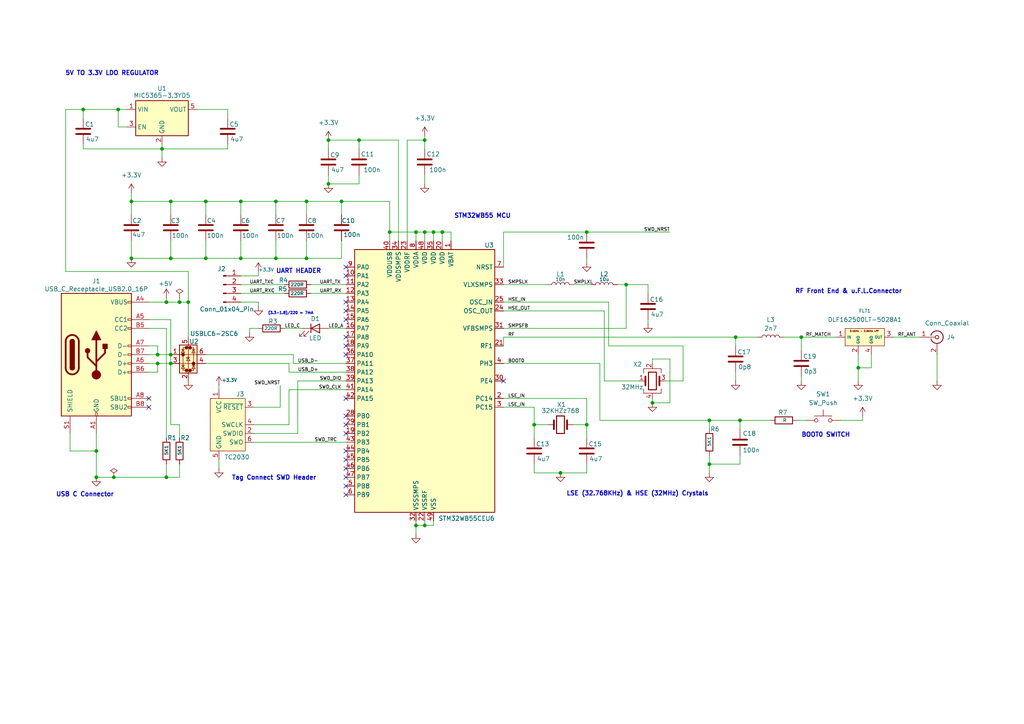
<source format=kicad_sch>
(kicad_sch (version 20250114) (generator "eeschema") (generator_version "9.0")
  (paper "A4")
  (title_block (title "STM32 BLE Hardware") (date "2025-12-08") (rev "1.0") (comment 1 "By- Harshal Jaiswal"))
  (lib_symbols
    (symbol "Connector:Conn_01x04_Pin" (pin_names (offset 1.016) (hide yes))
      (property "Reference" "J" (at 0 5.08 0))
      (property "Value" "Conn_01x04_Pin" (at 0 -7.62 0))
      (symbol "Conn_01x04_Pin_1_1"
        (pin passive line (at 5.08 2.54 180) (length 3.81) (name "Pin_1") (number "1"))
        (pin passive line (at 5.08 0 180) (length 3.81) (name "Pin_2") (number "2"))
        (pin passive line (at 5.08 -2.54 180) (length 3.81) (name "Pin_3") (number "3"))
        (pin passive line (at 5.08 -5.08 180) (length 3.81) (name "Pin_4") (number "4"))
      )
    )
    (symbol "Connector:Conn_ARM_SWD_TagConnect_TC2030" (in_bom no)
      (property "Reference" "J" (at 2.54 11.43 0))
      (property "Value" "Conn_ARM_SWD_TagConnect_TC2030" (at 5.08 8.89 0))
      (symbol "Conn_ARM_SWD_TagConnect_TC2030_0_0"
        (pin power_in line (at -2.54 10.16 270) (length 2.54) (name "VCC") (number "1"))
        (pin power_in line (at -2.54 -10.16 90) (length 2.54) (name "GND") (number "5"))
        (pin open_collector line (at 7.62 5.08 180) (length 2.54) (name "~{RESET}") (number "3"))
        (pin output line (at 7.62 0 180) (length 2.54) (name "SWCLK") (number "4"))
        (pin bidirectional line (at 7.62 -2.54 180) (length 2.54) (name "SWDIO") (number "2"))
        (pin input line (at 7.62 -5.08 180) (length 2.54) (name "SWO") (number "6"))
      )
    )
    (symbol "Connector:Conn_Coaxial" (pin_names (offset 1.016) (hide yes))
      (property "Reference" "J" (at 0.254 3.048 0))
      (property "Value" "Conn_Coaxial" (at 2.921 0 90))
      (symbol "Conn_Coaxial_1_1"
        (pin passive line (at -5.08 0 0) (length 2.54) (name "In") (number "1"))
        (pin passive line (at 0 -5.08 90) (length 2.54) (name "Ext") (number "2"))
      )
    )
    (symbol "Connector:USB_C_Receptacle_USB2.0_16P" (pin_names (offset 1.016))
      (property "Reference" "J" (at 0 22.225 0))
      (property "Value" "USB_C_Receptacle_USB2.0_16P" (at 0 19.685 0))
      (symbol "USB_C_Receptacle_USB2.0_16P_1_1"
        (pin passive line (at -7.62 -22.86 90) (length 5.08) (name "SHIELD") (number "S1"))
        (pin passive line (at 0 -22.86 90) (length 5.08) (name "GND") (number "A1"))
        (pin passive line (at 0 -22.86 90) (length 5.08) (hide yes) (name "GND") (number "A12"))
        (pin passive line (at 0 -22.86 90) (length 5.08) (hide yes) (name "GND") (number "B1"))
        (pin passive line (at 0 -22.86 90) (length 5.08) (hide yes) (name "GND") (number "B12"))
        (pin passive line (at 15.24 15.24 180) (length 5.08) (name "VBUS") (number "A4"))
        (pin passive line (at 15.24 15.24 180) (length 5.08) (hide yes) (name "VBUS") (number "A9"))
        (pin passive line (at 15.24 15.24 180) (length 5.08) (hide yes) (name "VBUS") (number "B4"))
        (pin passive line (at 15.24 15.24 180) (length 5.08) (hide yes) (name "VBUS") (number "B9"))
        (pin bidirectional line (at 15.24 10.16 180) (length 5.08) (name "CC1") (number "A5"))
        (pin bidirectional line (at 15.24 7.62 180) (length 5.08) (name "CC2") (number "B5"))
        (pin bidirectional line (at 15.24 2.54 180) (length 5.08) (name "D-") (number "A7"))
        (pin bidirectional line (at 15.24 0 180) (length 5.08) (name "D-") (number "B7"))
        (pin bidirectional line (at 15.24 -2.54 180) (length 5.08) (name "D+") (number "A6"))
        (pin bidirectional line (at 15.24 -5.08 180) (length 5.08) (name "D+") (number "B6"))
        (pin bidirectional line (at 15.24 -12.7 180) (length 5.08) (name "SBU1") (number "A8"))
        (pin bidirectional line (at 15.24 -15.24 180) (length 5.08) (name "SBU2") (number "B8"))
      )
    )
    (symbol "DLF162500LT-5028A1:DLF162500LT-5028A1"
      (property "Reference" "FLT" (at 0.762 3.302 0))
      (property "Value" "DLF162500LT-5028A1" (at 0 0 0))
      (symbol "DLF162500LT-5028A1_1_0"
        (pin passive line (at -7.62 0 0) (length 2.54) (name "IN") (number "1"))
        (pin passive line (at -1.27 -5.08 90) (length 2.54) (name "GND") (number "2"))
        (pin passive line (at 2.54 -5.08 90) (length 2.54) (name "GND") (number "4"))
        (pin passive line (at 8.89 0 180) (length 2.54) (name "OUT") (number "3"))
      )
      (symbol "DLF162500LT-5028A1_1_1"
        (text "2.4GHz - 2.5GHz LPF" (at 0.508 1.778 0) (effects (font (size 0.508 0.508))))
      )
    )
    (symbol "Device:C" (pin_numbers (hide yes)) (pin_names (offset 0.254))
      (property "Reference" "C" (at 0.635 2.54 0))
      (property "Value" "C" (at 0.635 -2.54 0))
      (symbol "C_1_1"
        (pin passive line (at 0 3.81 270) (length 2.794) (name "~") (number "1"))
        (pin passive line (at 0 -3.81 90) (length 2.794) (name "~") (number "2"))
      )
    )
    (symbol "Device:Crystal" (pin_numbers (hide yes)) (pin_names (offset 1.016) (hide yes))
      (property "Reference" "Y" (at 0 3.81 0))
      (property "Value" "Crystal" (at 0 -3.81 0))
      (symbol "Crystal_1_1"
        (pin passive line (at -3.81 0 0) (length 1.27) (name "1") (number "1"))
        (pin passive line (at 3.81 0 180) (length 1.27) (name "2") (number "2"))
      )
    )
    (symbol "Device:Crystal_GND24" (pin_names (offset 1.016) (hide yes))
      (property "Reference" "Y" (at 3.175 5.08 0))
      (property "Value" "Crystal_GND24" (at 3.175 3.175 0))
      (symbol "Crystal_GND24_1_1"
        (pin passive line (at -3.81 0 0) (length 1.27) (name "1") (number "1"))
        (pin passive line (at 0 5.08 270) (length 1.27) (name "2") (number "2"))
        (pin passive line (at 0 -5.08 90) (length 1.27) (name "4") (number "4"))
        (pin passive line (at 3.81 0 180) (length 1.27) (name "3") (number "3"))
      )
    )
    (symbol "Device:L" (pin_numbers (hide yes)) (pin_names (offset 1.016) (hide yes))
      (property "Reference" "L" (at -1.27 0 90))
      (property "Value" "L" (at 1.905 0 90))
      (symbol "L_1_1"
        (pin passive line (at 0 3.81 270) (length 1.27) (name "1") (number "1"))
        (pin passive line (at 0 -3.81 90) (length 1.27) (name "2") (number "2"))
      )
    )
    (symbol "Device:LED" (pin_numbers (hide yes)) (pin_names (offset 1.016) (hide yes))
      (property "Reference" "D" (at 0 2.54 0))
      (property "Value" "LED" (at 0 -2.54 0))
      (symbol "LED_1_1"
        (pin passive line (at -3.81 0 0) (length 2.54) (name "K") (number "1"))
        (pin passive line (at 3.81 0 180) (length 2.54) (name "A") (number "2"))
      )
    )
    (symbol "Device:R" (pin_numbers (hide yes)) (pin_names (offset 0))
      (property "Reference" "R" (at 2.032 0 90))
      (property "Value" "R" (at 0 0 90))
      (symbol "R_1_1"
        (pin passive line (at 0 3.81 270) (length 1.27) (name "~") (number "1"))
        (pin passive line (at 0 -3.81 90) (length 1.27) (name "~") (number "2"))
      )
    )
    (symbol "MCU_ST_STM32WB:STM32WB55CEUx"
      (property "Reference" "U" (at -20.32 39.37 0))
      (property "Value" "STM32WB55CEUx" (at 12.7 39.37 0))
      (symbol "STM32WB55CEUx_1_1"
        (pin input line (at -22.86 33.02 0) (length 2.54) (name "NRST") (number "7"))
        (pin power_in line (at -22.86 27.94 0) (length 2.54) (name "VLXSMPS") (number "33"))
        (pin input line (at -22.86 22.86 0) (length 2.54) (name "OSC_IN") (number "25"))
        (pin input line (at -22.86 20.32 0) (length 2.54) (name "OSC_OUT") (number "24"))
        (pin input line (at -22.86 15.24 0) (length 2.54) (name "VFBSMPS") (number "31"))
        (pin bidirectional line (at -22.86 10.16 0) (length 2.54) (name "RF1") (number "21"))
        (pin bidirectional line (at -22.86 5.08 0) (length 2.54) (name "PH3") (number "4"))
        (pin bidirectional line (at -22.86 0 0) (length 2.54) (name "PE4") (number "30"))
        (pin bidirectional line (at -22.86 -5.08 0) (length 2.54) (name "PC14") (number "2"))
        (pin bidirectional line (at -22.86 -7.62 0) (length 2.54) (name "PC15") (number "3"))
        (pin no_connect line (at -20.32 -35.56 0) (length 2.54) (hide yes) (name "AT1") (number "27"))
        (pin no_connect line (at -20.32 -38.1 0) (length 2.54) (hide yes) (name "AT0") (number "26"))
        (pin power_in line (at -7.62 40.64 270) (length 2.54) (name "VBAT") (number "1"))
        (pin power_in line (at -5.08 40.64 270) (length 2.54) (name "VDD") (number "20"))
        (pin power_in line (at -2.54 40.64 270) (length 2.54) (name "VDD") (number "35"))
        (pin power_in line (at -2.54 -40.64 90) (length 2.54) (name "VSS") (number "49"))
        (pin power_in line (at 0 40.64 270) (length 2.54) (name "VDD") (number "48"))
        (pin power_in line (at 0 -40.64 90) (length 2.54) (name "VSSRF") (number "22"))
        (pin power_in line (at 2.54 40.64 270) (length 2.54) (name "VDDA") (number "8"))
        (pin power_in line (at 2.54 -40.64 90) (length 2.54) (name "VSSSMPS") (number "32"))
        (pin power_in line (at 5.08 40.64 270) (length 2.54) (name "VDDRF") (number "23"))
        (pin power_in line (at 7.62 40.64 270) (length 2.54) (name "VDDSMPS") (number "34"))
        (pin power_in line (at 10.16 40.64 270) (length 2.54) (name "VDDUSB") (number "40"))
        (pin bidirectional line (at 22.86 33.02 180) (length 2.54) (name "PA0") (number "9"))
        (pin bidirectional line (at 22.86 30.48 180) (length 2.54) (name "PA1") (number "10"))
        (pin bidirectional line (at 22.86 27.94 180) (length 2.54) (name "PA2") (number "11"))
        (pin bidirectional line (at 22.86 25.4 180) (length 2.54) (name "PA3") (number "12"))
        (pin bidirectional line (at 22.86 22.86 180) (length 2.54) (name "PA4") (number "13"))
        (pin bidirectional line (at 22.86 20.32 180) (length 2.54) (name "PA5") (number "14"))
        (pin bidirectional line (at 22.86 17.78 180) (length 2.54) (name "PA6") (number "15"))
        (pin bidirectional line (at 22.86 15.24 180) (length 2.54) (name "PA7") (number "16"))
        (pin bidirectional line (at 22.86 12.7 180) (length 2.54) (name "PA8") (number "17"))
        (pin bidirectional line (at 22.86 10.16 180) (length 2.54) (name "PA9") (number "18"))
        (pin bidirectional line (at 22.86 7.62 180) (length 2.54) (name "PA10") (number "36"))
        (pin bidirectional line (at 22.86 5.08 180) (length 2.54) (name "PA11") (number "37"))
        (pin bidirectional line (at 22.86 2.54 180) (length 2.54) (name "PA12") (number "38"))
        (pin bidirectional line (at 22.86 0 180) (length 2.54) (name "PA13") (number "39"))
        (pin bidirectional line (at 22.86 -2.54 180) (length 2.54) (name "PA14") (number "41"))
        (pin bidirectional line (at 22.86 -5.08 180) (length 2.54) (name "PA15") (number "42"))
        (pin bidirectional line (at 22.86 -10.16 180) (length 2.54) (name "PB0") (number "28"))
        (pin bidirectional line (at 22.86 -12.7 180) (length 2.54) (name "PB1") (number "29"))
        (pin bidirectional line (at 22.86 -15.24 180) (length 2.54) (name "PB2") (number "19"))
        (pin bidirectional line (at 22.86 -17.78 180) (length 2.54) (name "PB3") (number "43"))
        (pin bidirectional line (at 22.86 -20.32 180) (length 2.54) (name "PB4") (number "44"))
        (pin bidirectional line (at 22.86 -22.86 180) (length 2.54) (name "PB5") (number "45"))
        (pin bidirectional line (at 22.86 -25.4 180) (length 2.54) (name "PB6") (number "46"))
        (pin bidirectional line (at 22.86 -27.94 180) (length 2.54) (name "PB7") (number "47"))
        (pin bidirectional line (at 22.86 -30.48 180) (length 2.54) (name "PB8") (number "5"))
        (pin bidirectional line (at 22.86 -33.02 180) (length 2.54) (name "PB9") (number "6"))
      )
    )
    (symbol "Power_Protection:USBLC6-2SC6" (pin_names (hide yes))
      (property "Reference" "U" (at 0.635 5.715 0))
      (property "Value" "USBLC6-2SC6" (at 0.635 3.81 0))
      (symbol "USBLC6-2SC6_1_1"
        (pin passive line (at -5.08 0 0) (length 2.54) (name "I/O1") (number "1"))
        (pin passive line (at -5.08 -2.54 0) (length 2.54) (name "I/O2") (number "3"))
        (pin passive line (at 0 5.08 270) (length 2.54) (name "VBUS") (number "5"))
        (pin passive line (at 0 -7.62 90) (length 2.54) (name "GND") (number "2"))
        (pin passive line (at 5.08 0 180) (length 2.54) (name "I/O1") (number "6"))
        (pin passive line (at 5.08 -2.54 180) (length 2.54) (name "I/O2") (number "4"))
      )
    )
    (symbol "Regulator_Linear:MIC5365-3.3YD5"
      (property "Reference" "U" (at -7.62 6.35 0))
      (property "Value" "MIC5365-3.3YD5" (at 0 6.35 0))
      (symbol "MIC5365-3.3YD5_1_1"
        (pin power_in line (at -10.16 2.54 0) (length 2.54) (name "VIN") (number "1"))
        (pin input line (at -10.16 -2.54 0) (length 2.54) (name "EN") (number "3"))
        (pin power_in line (at 0 -7.62 90) (length 2.54) (name "GND") (number "2"))
        (pin no_connect line (at 7.62 -2.54 180) (length 2.54) (hide yes) (name "NC") (number "4"))
        (pin power_out line (at 10.16 2.54 180) (length 2.54) (name "VOUT") (number "5"))
      )
    )
    (symbol "Switch:SW_Push" (pin_numbers (hide yes)) (pin_names (offset 1.016) (hide yes))
      (property "Reference" "SW" (at 1.27 2.54 0))
      (property "Value" "SW_Push" (at 0 -1.524 0))
      (symbol "SW_Push_0_1"
        (pin passive line (at -5.08 0 0) (length 2.54) (name "1") (number "1"))
        (pin passive line (at 5.08 0 180) (length 2.54) (name "2") (number "2"))
      )
    )
    (symbol "power:+3.3V" (power) (pin_numbers (hide yes)) (pin_names (offset 0) (hide yes))
      (property "Value" "+3.3V" (at 0 3.556 0))
      (symbol "+3.3V_1_1"
        (pin power_in line (at 0 0 90) (length 0) (name "~") (number "1"))
      )
    )
    (symbol "power:+5V" (power) (pin_numbers (hide yes)) (pin_names (offset 0) (hide yes))
      (property "Value" "+5V" (at 0 3.556 0))
      (symbol "+5V_1_1"
        (pin power_in line (at 0 0 90) (length 0) (name "~") (number "1"))
      )
    )
    (symbol "power:GND" (power) (pin_numbers (hide yes)) (pin_names (offset 0) (hide yes))
      (property "Value" "GND" (at 0 -3.81 0))
      (symbol "GND_1_1"
        (pin power_in line (at 0 0 270) (length 0) (name "~") (number "1"))
      )
    )
    (symbol "power:PWR_FLAG" (power) (pin_numbers (hide yes)) (pin_names (offset 0) (hide yes))
      (property "Value" "PWR_FLAG" (at 0 3.81 0))
      (symbol "PWR_FLAG_0_0"
        (pin power_out line (at 0 0 90) (length 0) (name "~") (number "1"))
      )
    )
  )
  (text "BOOT0 SWITCH" (at 239.522 126.238 0) (effects (font (size 1.27 1.27) (thickness 0.254) (bold yes))))
  (text "LSE (32.768KHz) & HSE (32MHz) Crystals\n" (at 184.912 143.256 0) (effects (font (size 1.27 1.27) (thickness 0.254) (bold yes))))
  (text "5V TO 3.3V LDO REGULATOR\n" (at 32.512 21.336 0) (effects (font (size 1.27 1.27) (thickness 0.254) (bold yes))))
  (text "(3.3-1.8)/220 = 7mA" (at 84.328 90.932 0) (effects (font (size 0.762 0.762) (thickness 0.254) (bold yes))))
  (text "UART HEADER\n" (at 86.614 78.74 0) (effects (font (size 1.27 1.27) (thickness 0.254) (bold yes))))
  (text "RF Front End & u.F.L.Connector" (at 246.126 84.582 0) (effects (font (size 1.27 1.27) (thickness 0.254) (bold yes))))
  (text "STM32WB55 MCU\n\n" (at 139.954 63.754 0) (effects (font (size 1.27 1.27) (thickness 0.254) (bold yes))))
  (text "Tag Connect SWD Header\n" (at 79.502 138.684 0) (effects (font (size 1.27 1.27) (thickness 0.254) (bold yes))))
  (text "USB C Connector\n" (at 24.638 143.51 0) (effects (font (size 1.27 1.27) (thickness 0.254) (bold yes))))
  (junction (at 88.9 58.42))
  (junction (at 125.73 67.31))
  (junction (at 120.65 67.31))
  (junction (at 34.29 31.75))
  (junction (at 49.53 74.93))
  (junction (at 38.1 74.93))
  (junction (at 59.69 74.93))
  (junction (at 123.19 152.4))
  (junction (at 113.03 67.31))
  (junction (at 52.07 87.63))
  (junction (at 45.72 105.41))
  (junction (at 120.65 152.4))
  (junction (at 232.41 97.79))
  (junction (at 248.92 106.68))
  (junction (at 170.18 123.19))
  (junction (at 88.9 74.93))
  (junction (at 95.25 53.34))
  (junction (at 49.53 58.42))
  (junction (at 214.63 121.92))
  (junction (at 48.26 87.63))
  (junction (at 181.61 82.55))
  (junction (at 33.02 138.43))
  (junction (at 69.85 74.93))
  (junction (at 80.01 74.93))
  (junction (at 49.53 105.41))
  (junction (at 128.27 67.31))
  (junction (at 170.18 67.31))
  (junction (at 80.01 58.42))
  (junction (at 59.69 58.42))
  (junction (at 38.1 58.42))
  (junction (at 123.19 40.64))
  (junction (at 95.25 40.64))
  (junction (at 154.94 123.19))
  (junction (at 24.13 31.75))
  (junction (at 46.99 43.18))
  (junction (at 104.14 40.64))
  (junction (at 99.06 58.42))
  (junction (at 205.74 121.92))
  (junction (at 205.74 134.62))
  (junction (at 54.61 87.63))
  (junction (at 162.56 137.16))
  (junction (at 69.85 58.42))
  (junction (at 27.94 138.43))
  (junction (at 27.94 130.81))
  (junction (at 45.72 102.87))
  (junction (at 189.23 116.84))
  (junction (at 48.26 138.43))
  (junction (at 123.19 67.31))
  (junction (at 49.53 102.87))
  (junction (at 213.36 97.79))
  (no_connect (at 100.33 115.57))
  (no_connect (at 100.33 135.89))
  (no_connect (at 100.33 100.33))
  (no_connect (at 100.33 140.97))
  (no_connect (at 100.33 92.71))
  (no_connect (at 100.33 125.73))
  (no_connect (at 43.18 118.11))
  (no_connect (at 100.33 133.35))
  (no_connect (at 100.33 77.47))
  (no_connect (at 100.33 120.65))
  (no_connect (at 43.18 115.57))
  (no_connect (at 100.33 87.63))
  (no_connect (at 100.33 143.51))
  (no_connect (at 100.33 123.19))
  (no_connect (at 100.33 90.17))
  (no_connect (at 100.33 138.43))
  (no_connect (at 146.05 110.49))
  (no_connect (at 100.33 102.87))
  (no_connect (at 100.33 97.79))
  (no_connect (at 100.33 80.01))
  (no_connect (at 100.33 130.81))
  (wire (pts (xy 45.72 105.41) (xy 49.53 105.41)))
  (wire (pts (xy 120.65 69.85) (xy 120.65 67.31)))
  (wire (pts (xy 123.19 67.31) (xy 125.73 67.31)))
  (wire (pts (xy 48.26 86.36) (xy 48.26 87.63)))
  (wire (pts (xy 248.92 110.49) (xy 248.92 106.68)))
  (wire (pts (xy 34.29 36.83) (xy 34.29 31.75)))
  (wire (pts (xy 59.69 102.87) (xy 85.09 102.87)))
  (wire (pts (xy 69.85 69.85) (xy 69.85 74.93)))
  (wire (pts (xy 43.18 92.71) (xy 49.53 92.71)))
  (wire (pts (xy 27.94 130.81) (xy 27.94 125.73)))
  (wire (pts (xy 146.05 105.41) (xy 173.99 105.41)))
  (wire (pts (xy 69.85 87.63) (xy 74.93 87.63)))
  (wire (pts (xy 120.65 152.4) (xy 123.19 152.4)))
  (wire (pts (xy 171.45 82.55) (xy 166.37 82.55)))
  (wire (pts (xy 189.23 105.41) (xy 189.23 104.14)))
  (wire (pts (xy 59.69 105.41) (xy 83.82 105.41)))
  (wire (pts (xy 27.94 138.43) (xy 33.02 138.43)))
  (wire (pts (xy 69.85 58.42) (xy 80.01 58.42)))
  (wire (pts (xy 175.26 110.49) (xy 185.42 110.49)))
  (wire (pts (xy 38.1 69.85) (xy 38.1 74.93)))
  (wire (pts (xy 49.53 123.19) (xy 52.07 123.19)))
  (wire (pts (xy 52.07 87.63) (xy 54.61 87.63)))
  (wire (pts (xy 146.05 82.55) (xy 158.75 82.55)))
  (wire (pts (xy 123.19 50.8) (xy 123.19 53.34)))
  (wire (pts (xy 48.26 95.25) (xy 43.18 95.25)))
  (wire (pts (xy 59.69 69.85) (xy 59.69 74.93)))
  (wire (pts (xy 69.85 85.09) (xy 82.55 85.09)))
  (wire (pts (xy 170.18 67.31) (xy 194.31 67.31)))
  (wire (pts (xy 104.14 40.64) (xy 104.14 43.18)))
  (wire (pts (xy 123.19 43.18) (xy 123.19 40.64)))
  (wire (pts (xy 49.53 102.87) (xy 49.53 105.41)))
  (wire (pts (xy 95.25 53.34) (xy 95.25 50.8)))
  (wire (pts (xy 90.17 85.09) (xy 100.33 85.09)))
  (wire (pts (xy 166.37 123.19) (xy 170.18 123.19)))
  (wire (pts (xy 74.93 80.01) (xy 74.93 78.74)))
  (wire (pts (xy 252.73 106.68) (xy 252.73 102.87)))
  (wire (pts (xy 120.65 152.4) (xy 120.65 154.94)))
  (wire (pts (xy 162.56 137.16) (xy 170.18 137.16)))
  (wire (pts (xy 154.94 118.11) (xy 154.94 123.19)))
  (wire (pts (xy 52.07 138.43) (xy 52.07 134.62)))
  (wire (pts (xy 214.63 121.92) (xy 205.74 121.92)))
  (wire (pts (xy 80.01 74.93) (xy 69.85 74.93)))
  (wire (pts (xy 181.61 82.55) (xy 181.61 95.25)))
  (wire (pts (xy 128.27 69.85) (xy 128.27 67.31)))
  (wire (pts (xy 90.17 82.55) (xy 100.33 82.55)))
  (wire (pts (xy 54.61 78.74) (xy 54.61 87.63)))
  (wire (pts (xy 173.99 121.92) (xy 205.74 121.92)))
  (wire (pts (xy 88.9 69.85) (xy 88.9 74.93)))
  (wire (pts (xy 181.61 95.25) (xy 146.05 95.25)))
  (wire (pts (xy 99.06 69.85) (xy 99.06 74.93)))
  (wire (pts (xy 69.85 80.01) (xy 74.93 80.01)))
  (wire (pts (xy 248.92 106.68) (xy 252.73 106.68)))
  (wire (pts (xy 24.13 34.29) (xy 24.13 31.75)))
  (wire (pts (xy 83.82 123.19) (xy 83.82 113.03)))
  (wire (pts (xy 146.05 118.11) (xy 154.94 118.11)))
  (wire (pts (xy 66.04 41.91) (xy 66.04 43.18)))
  (wire (pts (xy 69.85 74.93) (xy 59.69 74.93)))
  (wire (pts (xy 154.94 127) (xy 154.94 123.19)))
  (wire (pts (xy 69.85 82.55) (xy 82.55 82.55)))
  (wire (pts (xy 81.28 111.76) (xy 81.28 118.11)))
  (wire (pts (xy 189.23 104.14) (xy 194.31 104.14)))
  (wire (pts (xy 95.25 40.64) (xy 104.14 40.64)))
  (wire (pts (xy 154.94 137.16) (xy 162.56 137.16)))
  (wire (pts (xy 189.23 116.84) (xy 189.23 115.57)))
  (wire (pts (xy 88.9 62.23) (xy 88.9 58.42)))
  (wire (pts (xy 181.61 82.55) (xy 187.96 82.55)))
  (wire (pts (xy 205.74 124.46) (xy 205.74 121.92)))
  (wire (pts (xy 104.14 40.64) (xy 115.57 40.64)))
  (wire (pts (xy 232.41 97.79) (xy 232.41 101.6)))
  (wire (pts (xy 85.09 102.87) (xy 85.09 105.41)))
  (wire (pts (xy 43.18 102.87) (xy 45.72 102.87)))
  (wire (pts (xy 45.72 102.87) (xy 49.53 102.87)))
  (wire (pts (xy 63.5 113.03) (xy 63.5 111.76)))
  (wire (pts (xy 176.53 100.33) (xy 198.12 100.33)))
  (wire (pts (xy 73.66 118.11) (xy 81.28 118.11)))
  (wire (pts (xy 20.32 130.81) (xy 27.94 130.81)))
  (wire (pts (xy 49.53 62.23) (xy 49.53 58.42)))
  (wire (pts (xy 223.52 121.92) (xy 214.63 121.92)))
  (wire (pts (xy 179.07 82.55) (xy 181.61 82.55)))
  (wire (pts (xy 88.9 74.93) (xy 80.01 74.93)))
  (wire (pts (xy 175.26 90.17) (xy 175.26 110.49)))
  (wire (pts (xy 187.96 85.09) (xy 187.96 82.55)))
  (wire (pts (xy 194.31 104.14) (xy 194.31 116.84)))
  (wire (pts (xy 86.36 125.73) (xy 73.66 125.73)))
  (wire (pts (xy 27.94 130.81) (xy 27.94 138.43)))
  (wire (pts (xy 52.07 123.19) (xy 52.07 127)))
  (wire (pts (xy 125.73 69.85) (xy 125.73 67.31)))
  (wire (pts (xy 19.05 78.74) (xy 54.61 78.74)))
  (wire (pts (xy 214.63 134.62) (xy 205.74 134.62)))
  (wire (pts (xy 227.33 97.79) (xy 232.41 97.79)))
  (wire (pts (xy 66.04 31.75) (xy 66.04 34.29)))
  (wire (pts (xy 198.12 110.49) (xy 193.04 110.49)))
  (wire (pts (xy 146.05 87.63) (xy 176.53 87.63)))
  (wire (pts (xy 45.72 107.95) (xy 45.72 105.41)))
  (wire (pts (xy 170.18 115.57) (xy 170.18 123.19)))
  (wire (pts (xy 59.69 58.42) (xy 69.85 58.42)))
  (wire (pts (xy 54.61 87.63) (xy 54.61 97.79)))
  (wire (pts (xy 250.19 121.92) (xy 243.84 121.92)))
  (wire (pts (xy 232.41 97.79) (xy 242.57 97.79)))
  (wire (pts (xy 80.01 58.42) (xy 88.9 58.42)))
  (wire (pts (xy 99.06 58.42) (xy 113.03 58.42)))
  (wire (pts (xy 48.26 134.62) (xy 48.26 138.43)))
  (wire (pts (xy 45.72 100.33) (xy 45.72 102.87)))
  (wire (pts (xy 213.36 100.33) (xy 213.36 97.79)))
  (wire (pts (xy 19.05 31.75) (xy 19.05 78.74)))
  (wire (pts (xy 118.11 40.64) (xy 123.19 40.64)))
  (wire (pts (xy 125.73 151.13) (xy 125.73 152.4)))
  (wire (pts (xy 74.93 87.63) (xy 74.93 88.9)))
  (wire (pts (xy 46.99 43.18) (xy 46.99 41.91)))
  (wire (pts (xy 48.26 138.43) (xy 52.07 138.43)))
  (wire (pts (xy 63.5 135.89) (xy 63.5 133.35)))
  (wire (pts (xy 49.53 105.41) (xy 49.53 123.19)))
  (wire (pts (xy 83.82 113.03) (xy 100.33 113.03)))
  (wire (pts (xy 83.82 107.95) (xy 100.33 107.95)))
  (wire (pts (xy 99.06 58.42) (xy 99.06 62.23)))
  (wire (pts (xy 194.31 116.84) (xy 189.23 116.84)))
  (wire (pts (xy 99.06 74.93) (xy 88.9 74.93)))
  (wire (pts (xy 46.99 45.72) (xy 46.99 43.18)))
  (wire (pts (xy 43.18 87.63) (xy 48.26 87.63)))
  (wire (pts (xy 125.73 152.4) (xy 123.19 152.4)))
  (wire (pts (xy 24.13 41.91) (xy 24.13 43.18)))
  (wire (pts (xy 146.05 115.57) (xy 170.18 115.57)))
  (wire (pts (xy 72.39 95.25) (xy 74.93 95.25)))
  (wire (pts (xy 38.1 58.42) (xy 49.53 58.42)))
  (wire (pts (xy 213.36 97.79) (xy 219.71 97.79)))
  (wire (pts (xy 20.32 125.73) (xy 20.32 130.81)))
  (wire (pts (xy 170.18 137.16) (xy 170.18 134.62)))
  (wire (pts (xy 34.29 31.75) (xy 36.83 31.75)))
  (wire (pts (xy 85.09 105.41) (xy 100.33 105.41)))
  (wire (pts (xy 66.04 43.18) (xy 46.99 43.18)))
  (wire (pts (xy 170.18 76.2) (xy 170.18 74.93)))
  (wire (pts (xy 57.15 31.75) (xy 66.04 31.75)))
  (wire (pts (xy 154.94 134.62) (xy 154.94 137.16)))
  (wire (pts (xy 130.81 67.31) (xy 130.81 69.85)))
  (wire (pts (xy 233.68 121.92) (xy 231.14 121.92)))
  (wire (pts (xy 43.18 105.41) (xy 45.72 105.41)))
  (wire (pts (xy 120.65 151.13) (xy 120.65 152.4)))
  (wire (pts (xy 24.13 43.18) (xy 46.99 43.18)))
  (wire (pts (xy 49.53 92.71) (xy 49.53 102.87)))
  (wire (pts (xy 146.05 67.31) (xy 170.18 67.31)))
  (wire (pts (xy 83.82 105.41) (xy 83.82 107.95)))
  (wire (pts (xy 232.41 110.49) (xy 232.41 109.22)))
  (wire (pts (xy 146.05 97.79) (xy 213.36 97.79)))
  (wire (pts (xy 146.05 97.79) (xy 146.05 100.33)))
  (wire (pts (xy 33.02 138.43) (xy 48.26 138.43)))
  (wire (pts (xy 113.03 67.31) (xy 120.65 67.31)))
  (wire (pts (xy 49.53 58.42) (xy 59.69 58.42)))
  (wire (pts (xy 123.19 69.85) (xy 123.19 67.31)))
  (wire (pts (xy 214.63 124.46) (xy 214.63 121.92)))
  (wire (pts (xy 187.96 93.98) (xy 187.96 92.71)))
  (wire (pts (xy 213.36 110.49) (xy 213.36 107.95)))
  (wire (pts (xy 82.55 95.25) (xy 87.63 95.25)))
  (wire (pts (xy 173.99 105.41) (xy 173.99 121.92)))
  (wire (pts (xy 95.25 43.18) (xy 95.25 40.64)))
  (wire (pts (xy 250.19 120.65) (xy 250.19 121.92)))
  (wire (pts (xy 48.26 87.63) (xy 52.07 87.63)))
  (wire (pts (xy 80.01 62.23) (xy 80.01 58.42)))
  (wire (pts (xy 59.69 62.23) (xy 59.69 58.42)))
  (wire (pts (xy 146.05 67.31) (xy 146.05 77.47)))
  (wire (pts (xy 73.66 128.27) (xy 100.33 128.27)))
  (wire (pts (xy 118.11 40.64) (xy 118.11 69.85)))
  (wire (pts (xy 59.69 74.93) (xy 49.53 74.93)))
  (wire (pts (xy 259.08 97.79) (xy 266.7 97.79)))
  (wire (pts (xy 69.85 62.23) (xy 69.85 58.42)))
  (wire (pts (xy 43.18 100.33) (xy 45.72 100.33)))
  (wire (pts (xy 115.57 40.64) (xy 115.57 69.85)))
  (wire (pts (xy 52.07 86.36) (xy 52.07 87.63)))
  (wire (pts (xy 198.12 100.33) (xy 198.12 110.49)))
  (wire (pts (xy 123.19 40.64) (xy 123.19 39.37)))
  (wire (pts (xy 104.14 50.8) (xy 104.14 53.34)))
  (wire (pts (xy 36.83 36.83) (xy 34.29 36.83)))
  (wire (pts (xy 146.05 90.17) (xy 175.26 90.17)))
  (wire (pts (xy 125.73 67.31) (xy 128.27 67.31)))
  (wire (pts (xy 205.74 132.08) (xy 205.74 134.62)))
  (wire (pts (xy 113.03 58.42) (xy 113.03 67.31)))
  (wire (pts (xy 95.25 95.25) (xy 100.33 95.25)))
  (wire (pts (xy 214.63 132.08) (xy 214.63 134.62)))
  (wire (pts (xy 24.13 31.75) (xy 34.29 31.75)))
  (wire (pts (xy 86.36 110.49) (xy 86.36 125.73)))
  (wire (pts (xy 73.66 123.19) (xy 83.82 123.19)))
  (wire (pts (xy 38.1 55.88) (xy 38.1 58.42)))
  (wire (pts (xy 38.1 74.93) (xy 49.53 74.93)))
  (wire (pts (xy 205.74 134.62) (xy 205.74 137.16)))
  (wire (pts (xy 113.03 69.85) (xy 113.03 67.31)))
  (wire (pts (xy 24.13 31.75) (xy 19.05 31.75)))
  (wire (pts (xy 49.53 74.93) (xy 49.53 69.85)))
  (wire (pts (xy 271.78 110.49) (xy 271.78 102.87)))
  (wire (pts (xy 38.1 62.23) (xy 38.1 58.42)))
  (wire (pts (xy 88.9 58.42) (xy 99.06 58.42)))
  (wire (pts (xy 170.18 123.19) (xy 170.18 127)))
  (wire (pts (xy 80.01 69.85) (xy 80.01 74.93)))
  (wire (pts (xy 154.94 123.19) (xy 158.75 123.19)))
  (wire (pts (xy 43.18 107.95) (xy 45.72 107.95)))
  (wire (pts (xy 128.27 67.31) (xy 130.81 67.31)))
  (wire (pts (xy 176.53 87.63) (xy 176.53 100.33)))
  (wire (pts (xy 48.26 127) (xy 48.26 95.25)))
  (wire (pts (xy 100.33 110.49) (xy 86.36 110.49)))
  (wire (pts (xy 72.39 96.52) (xy 72.39 95.25)))
  (wire (pts (xy 120.65 67.31) (xy 123.19 67.31)))
  (wire (pts (xy 248.92 102.87) (xy 248.92 106.68)))
  (wire (pts (xy 104.14 53.34) (xy 95.25 53.34)))
  (wire (pts (xy 123.19 151.13) (xy 123.19 152.4)))
  (label "UART_TXC" (at 72.39 82.55 0) (effects (font (size 0.9652 0.9652))))
  (label "SWD_DIO" (at 99.06 110.49 180) (effects (font (size 0.9652 0.9652))))
  (label "RF" (at 147.32 97.79 0) (effects (font (size 0.9652 0.9652))))
  (label "UART_RXC" (at 72.39 85.09 0) (effects (font (size 0.9652 0.9652))))
  (label "RF_MATCH" (at 233.68 97.79 0) (effects (font (size 0.9652 0.9652))))
  (label "SWD_CLK" (at 99.06 113.03 180) (effects (font (size 0.9652 0.9652))))
  (label "SWD_TRC" (at 97.79 128.27 180) (effects (font (size 0.9652 0.9652))))
  (label "SMPLXL" (at 166.37 82.55 0) (effects (font (size 0.9652 0.9652))))
  (label "HSE_IN" (at 147.32 87.63 0) (effects (font (size 0.9652 0.9652))))
  (label "LSE_IN" (at 147.32 115.57 0) (effects (font (size 0.9652 0.9652))))
  (label "UART_RX" (at 92.71 85.09 0) (effects (font (size 0.9652 0.9652))))
  (label "SWD_NRST" (at 81.28 111.76 180) (effects (font (size 0.9652 0.9652))))
  (label "SWD_NRST" (at 194.31 67.31 180) (effects (font (size 0.9652 0.9652))))
  (label "LED_A" (at 95.25 95.25 0) (effects (font (size 0.9652 0.9652))))
  (label "RF_ANT" (at 260.35 97.79 0) (effects (font (size 0.9652 0.9652))))
  (label "LED_C" (at 82.55 95.25 0) (effects (font (size 0.9652 0.9652))))
  (label "BOOT0" (at 147.32 105.41 0) (effects (font (size 0.9652 0.9652))))
  (label "USB_D+" (at 86.36 107.95 0) (effects (font (size 0.9652 0.9652))))
  (label "USB_D-" (at 86.36 105.41 0) (effects (font (size 0.9652 0.9652))))
  (label "LSE_IN" (at 147.32 118.11 0) (effects (font (size 0.9652 0.9652))))
  (label "SMPSFB" (at 147.32 95.25 0) (effects (font (size 0.9652 0.9652))))
  (label "HSE_OUT" (at 147.32 90.17 0) (effects (font (size 0.9652 0.9652))))
  (label "SMPSLX" (at 147.32 82.55 0) (effects (font (size 0.9652 0.9652))))
  (label "UART_TX" (at 92.71 82.55 0) (effects (font (size 0.9652 0.9652))))
  (symbol (lib_id "power:GND") (at 189.23 116.84 0) (unit 1)
    (property "Reference" "#PWR020" (effects (hide yes)))
    (property "Value" "GND" (effects (hide yes)))
    (property "Description" "Power symbol creates a global label with name \"GND\" , ground" (effects (hide yes)))
  )
  (symbol (lib_id "power:GND") (at 248.92 110.49 0) (unit 1)
    (property "Reference" "#PWR024" (effects (hide yes)))
    (property "Value" "GND" (effects (hide yes)))
    (property "Description" "Power symbol creates a global label with name \"GND\" , ground" (effects (hide yes)))
  )
  (symbol (lib_id "Device:C") (at 66.04 38.1 0) (unit 1)
    (property "Reference" "C5" (at 66.548 36.068 0) (effects (justify left)))
    (property "Value" "4u7" (at 66.802 40.386 0) (effects (justify left)))
    (property "Description" "Unpolarized capacitor" (effects (hide yes)))
  )
  (symbol (lib_id "Device:C") (at 154.94 130.81 0) (unit 1)
    (property "Reference" "C13" (at 155.448 128.778 0) (effects (justify left)))
    (property "Value" "4u7" (at 155.702 133.096 0) (effects (justify left)))
    (property "Description" "Unpolarized capacitor" (effects (hide yes)))
  )
  (symbol (lib_id "Device:C") (at 213.36 104.14 0) (unit 1)
    (property "Reference" "C17" (at 213.868 102.108 0) (effects (justify left)))
    (property "Value" "0p8" (at 214.122 106.426 0) (effects (justify left)))
    (property "Description" "Unpolarized capacitor" (effects (hide yes)))
  )
  (symbol (lib_id "power:PWR_FLAG") (at 33.02 138.43 0) (unit 1)
    (property "Reference" "#FLG01" (effects (hide yes)))
    (property "Value" "PWR_FLAG" (effects (hide yes)))
    (property "Description" "Special symbol for telling ERC where power comes from" (effects (hide yes)))
  )
  (symbol (lib_id "Device:R") (at 48.26 130.81 0) (unit 1)
    (property "Reference" "R1" (at 48.514 127 0) (effects (justify left)))
    (property "Value" "5K1" (at 48.26 132.08 90) (effects (font (size 0.9652 0.9652)) (justify left)))
    (property "Description" "Resistor" (effects (hide yes)))
  )
  (symbol (lib_id "power:GND") (at 232.41 110.49 0) (unit 1)
    (property "Reference" "#PWR023" (effects (hide yes)))
    (property "Value" "GND" (effects (hide yes)))
    (property "Description" "Power symbol creates a global label with name \"GND\" , ground" (effects (hide yes)))
  )
  (symbol (lib_id "power:GND") (at 46.99 45.72 0) (unit 1)
    (property "Reference" "#PWR04" (effects (hide yes)))
    (property "Value" "GND" (effects (hide yes)))
    (property "Description" "Power symbol creates a global label with name \"GND\" , ground" (effects (hide yes)))
  )
  (symbol (lib_id "Device:C") (at 95.25 46.99 0) (unit 1)
    (property "Reference" "C9" (at 95.758 44.958 0) (effects (justify left)))
    (property "Value" "4u7" (at 96.012 49.276 0) (effects (justify left)))
    (property "Description" "Unpolarized capacitor" (effects (hide yes)))
  )
  (symbol (lib_id "Switch:SW_Push") (at 238.76 121.92 0) (unit 1)
    (property "Reference" "SW1" (at 238.76 114.3 0))
    (property "Value" "SW_Push" (at 238.76 116.84 0))
    (property "Description" "Push button switch, generic, two pins" (effects (hide yes)))
  )
  (symbol (lib_id "power:+3.3V") (at 63.5 111.76 0) (unit 1)
    (property "Reference" "#PWR07" (effects (hide yes)))
    (property "Value" "+3.3V" (at 66.548 110.236 0) (effects (font (size 0.9652 0.9652))))
    (property "Description" "Power symbol creates a global label with name \"+3.3V\"" (effects (hide yes)))
  )
  (symbol (lib_id "power:GND") (at 213.36 110.49 0) (unit 1)
    (property "Reference" "#PWR022" (effects (hide yes)))
    (property "Value" "GND" (effects (hide yes)))
    (property "Description" "Power symbol creates a global label with name \"GND\" , ground" (effects (hide yes)))
  )
  (symbol (lib_id "power:GND") (at 170.18 76.2 0) (unit 1)
    (property "Reference" "#PWR018" (effects (hide yes)))
    (property "Value" "GND" (effects (hide yes)))
    (property "Description" "Power symbol creates a global label with name \"GND\" , ground" (effects (hide yes)))
  )
  (symbol (lib_id "Device:C") (at 38.1 66.04 0) (unit 1)
    (property "Reference" "C2" (at 38.354 64.008 0) (effects (justify left)))
    (property "Value" "4u7" (at 38.354 68.072 0) (effects (justify left)))
    (property "Description" "Unpolarized capacitor" (effects (hide yes)))
  )
  (symbol (lib_id "Device:L") (at 223.52 97.79 90) (unit 1)
    (property "Reference" "L3" (at 223.52 92.71 90))
    (property "Value" "2n7" (at 223.52 95.25 90))
    (property "Description" "Inductor" (effects (hide yes)))
  )
  (symbol (lib_id "power:GND") (at 120.65 154.94 0) (unit 1)
    (property "Reference" "#PWR014" (effects (hide yes)))
    (property "Value" "GND" (effects (hide yes)))
    (property "Description" "Power symbol creates a global label with name \"GND\" , ground" (effects (hide yes)))
  )
  (symbol (lib_id "Device:C") (at 88.9 66.04 0) (unit 1)
    (property "Reference" "C8" (at 89.154 64.008 0) (effects (justify left)))
    (property "Value" "100n" (at 88.9 68.326 0) (effects (justify left)))
    (property "Description" "Unpolarized capacitor" (effects (hide yes)))
  )
  (symbol (lib_id "power:+3.3V") (at 38.1 55.88 0) (unit 1)
    (property "Reference" "#PWR02" (effects (hide yes)))
    (property "Value" "+3.3V" (at 38.1 50.8 0))
    (property "Description" "Power symbol creates a global label with name \"+3.3V\"" (effects (hide yes)))
  )
  (symbol (lib_id "Connector:Conn_ARM_SWD_TagConnect_TC2030") (at 66.04 123.19 0) (unit 1) (in_bom no)
    (property "Reference" "J3" (at 70.866 114.3 0) (effects (justify right)))
    (property "Value" "TC2030" (at 72.39 132.588 0) (effects (justify right)))
    (property "Footprint" "Connector:Tag-Connect_TC2030-IDC-FP_2x03_P1.27mm_Vertical" (effects (hide yes)))
    (property "Datasheet" "https://www.tag-connect.com/wp-content/uploads/bsk-pdf-manager/TC2030-CTX_1.pdf" (effects (hide yes)))
    (property "Description" "Tag-Connect ARM Cortex SWD JTAG connector, 6 pin" (effects (hide yes)))
  )
  (symbol (lib_id "Connector:USB_C_Receptacle_USB2.0_16P") (at 27.94 102.87 0) (unit 1)
    (property "Reference" "J1" (at 27.94 81.534 0))
    (property "Value" "USB_C_Receptacle_USB2.0_16P" (at 27.94 83.82 0))
    (property "Datasheet" "https://www.usb.org/sites/default/files/documents/usb_type-c.zip" (effects (hide yes)))
    (property "Description" "USB 2.0-only 16P Type-C Receptacle connector" (effects (hide yes)))
  )
  (symbol (lib_id "power:+3.3V") (at 250.19 120.65 0) (unit 1)
    (property "Reference" "#PWR025" (effects (hide yes)))
    (property "Value" "+3.3V" (at 250.19 115.57 0))
    (property "Description" "Power symbol creates a global label with name \"+3.3V\"" (effects (hide yes)))
  )
  (symbol (lib_id "Device:Crystal_GND24") (at 189.23 110.49 0) (unit 1)
    (property "Reference" "X2" (at 184.912 105.664 0))
    (property "Value" "32MHz" (at 183.388 112.268 0))
    (property "Description" "Four pin crystal, GND on pins 2 and 4" (effects (hide yes)))
  )
  (symbol (lib_id "power:+5V") (at 48.26 86.36 0) (unit 1)
    (property "Reference" "#PWR05" (effects (hide yes)))
    (property "Value" "+5V" (at 48.006 82.296 0))
    (property "Description" "Power symbol creates a global label with name \"+5V\"" (effects (hide yes)))
  )
  (symbol (lib_id "Device:LED") (at 91.44 95.25 0) (unit 1)
    (property "Reference" "D1" (at 91.44 92.456 0))
    (property "Value" "LED" (at 91.44 98.044 0))
    (property "Description" "Light emitting diode" (effects (hide yes)))
    (property "Sim.Pins" "1=K 2=A" (effects (hide yes)))
  )
  (symbol (lib_id "Device:C") (at 123.19 46.99 0) (unit 1)
    (property "Reference" "C12" (at 123.698 44.704 0) (effects (justify left)))
    (property "Value" "100n" (at 124.46 49.276 0) (effects (justify left)))
    (property "Description" "Unpolarized capacitor" (effects (hide yes)))
  )
  (symbol (lib_id "Connector:Conn_Coaxial") (at 271.78 97.79 0) (unit 1)
    (property "Reference" "J4" (at 274.574 97.79 0) (effects (justify left)))
    (property "Value" "Conn_Coaxial" (at 268.224 93.726 0) (effects (justify left)))
    (property "Description" "coaxial connector (BNC, SMA, SMB, SMC, Cinch/RCA, LEMO, ...)" (effects (hide yes)))
  )
  (symbol (lib_id "Device:R") (at 86.36 82.55 90) (unit 1)
    (property "Reference" "R4" (at 83.566 81.28 90) (effects (justify left)))
    (property "Value" "220R" (at 88.138 82.55 90) (effects (font (size 0.9652 0.9652)) (justify left)))
    (property "Description" "Resistor" (effects (hide yes)))
  )
  (symbol (lib_id "Device:C") (at 80.01 66.04 0) (unit 1)
    (property "Reference" "C7" (at 80.01 64.008 0) (effects (justify left)))
    (property "Value" "100n" (at 80.264 68.326 0) (effects (justify left)))
    (property "Description" "Unpolarized capacitor" (effects (hide yes)))
  )
  (symbol (lib_id "Device:C") (at 170.18 71.12 180) (unit 1)
    (property "Reference" "C14" (effects (hide yes)))
    (property "Value" "100n" (at 169.418 68.834 0) (effects (justify left)))
    (property "Description" "Unpolarized capacitor" (effects (hide yes)))
  )
  (symbol (lib_id "Device:L") (at 162.56 82.55 90) (unit 1)
    (property "Reference" "L1" (at 162.56 79.502 90))
    (property "Value" "10n" (at 162.56 81.026 90) (effects (font (size 0.9652 0.9652))))
    (property "Description" "Inductor" (effects (hide yes)))
  )
  (symbol (lib_id "power:GND") (at 271.78 110.49 0) (unit 1)
    (property "Reference" "#PWR026" (effects (hide yes)))
    (property "Value" "GND" (effects (hide yes)))
    (property "Description" "Power symbol creates a global label with name \"GND\" , ground" (effects (hide yes)))
  )
  (symbol (lib_id "Device:C") (at 59.69 66.04 0) (unit 1)
    (property "Reference" "C4" (at 59.944 64.008 0) (effects (justify left)))
    (property "Value" "100n" (at 59.944 68.326 0) (effects (justify left)))
    (property "Description" "Unpolarized capacitor" (effects (hide yes)))
  )
  (symbol (lib_id "power:GND") (at 162.56 137.16 0) (unit 1)
    (property "Reference" "#PWR017" (effects (hide yes)))
    (property "Value" "GND" (effects (hide yes)))
    (property "Description" "Power symbol creates a global label with name \"GND\" , ground" (effects (hide yes)))
  )
  (symbol (lib_id "Device:R") (at 227.33 121.92 90) (unit 1)
    (property "Reference" "R7" (at 227.076 119.634 90))
    (property "Value" "R" (at 227.584 121.92 90) (effects (font (size 0.9652 0.9652))))
    (property "Description" "Resistor" (effects (hide yes)))
  )
  (symbol (lib_id "Device:C") (at 24.13 38.1 0) (unit 1)
    (property "Reference" "C1" (at 24.638 36.068 0) (effects (justify left)))
    (property "Value" "4u7" (at 24.892 40.386 0) (effects (justify left)))
    (property "Description" "Unpolarized capacitor" (effects (hide yes)))
  )
  (symbol (lib_id "Device:R") (at 205.74 128.27 0) (unit 1)
    (property "Reference" "R6" (at 205.994 124.46 0) (effects (justify left)))
    (property "Value" "5K1" (at 205.74 129.54 90) (effects (font (size 0.9652 0.9652)) (justify left)))
    (property "Description" "Resistor" (effects (hide yes)))
  )
  (symbol (lib_id "power:PWR_FLAG") (at 52.07 86.36 0) (unit 1)
    (property "Reference" "#FLG02" (effects (hide yes)))
    (property "Value" "PWR_FLAG" (effects (hide yes)))
    (property "Description" "Special symbol for telling ERC where power comes from" (effects (hide yes)))
  )
  (symbol (lib_id "power:GND") (at 205.74 137.16 0) (unit 1)
    (property "Reference" "#PWR021" (effects (hide yes)))
    (property "Value" "GND" (effects (hide yes)))
    (property "Description" "Power symbol creates a global label with name \"GND\" , ground" (effects (hide yes)))
  )
  (symbol (lib_id "Device:R") (at 78.74 95.25 90) (unit 1)
    (property "Reference" "R3" (at 80.518 93.218 90) (effects (justify left)))
    (property "Value" "220R" (at 80.518 95.25 90) (effects (font (size 0.9652 0.9652)) (justify left)))
    (property "Description" "Resistor" (effects (hide yes)))
  )
  (symbol (lib_id "DLF162500LT-5028A1:DLF162500LT-5028A1") (at 250.19 97.79 0) (unit 1)
    (property "Reference" "FLT1" (at 250.825 90.17 0) (effects (font (size 0.9652 0.9652))))
    (property "Value" "DLF162500LT-5028A1" (at 250.825 92.71 0))
    (property "Footprint" "DLF162500LT-5028A1:FIL_DEA160915LT-1169" (effects (hide yes)))
    (property "Datasheet" "https://www.snapeda.com/parts/DLF162500LT-5028A1/TDK/datasheet/" (effects (hide yes)))
  )
  (symbol (lib_id "power:GND") (at 74.93 88.9 0) (unit 1)
    (property "Reference" "#PWR011" (effects (hide yes)))
    (property "Value" "GND" (effects (hide yes)))
    (property "Description" "Power symbol creates a global label with name \"GND\" , ground" (effects (hide yes)))
  )
  (symbol (lib_id "Device:C") (at 170.18 130.81 0) (unit 1)
    (property "Reference" "C15" (at 170.688 128.778 0) (effects (justify left)))
    (property "Value" "4u7" (at 170.942 133.096 0) (effects (justify left)))
    (property "Description" "Unpolarized capacitor" (effects (hide yes)))
  )
  (symbol (lib_id "Device:R") (at 86.36 85.09 90) (unit 1)
    (property "Reference" "R5" (at 83.312 83.82 90) (effects (justify left)))
    (property "Value" "220R" (at 88.138 85.09 90) (effects (font (size 0.9652 0.9652)) (justify left)))
    (property "Description" "Resistor" (effects (hide yes)))
  )
  (symbol (lib_id "Device:C") (at 232.41 105.41 0) (unit 1)
    (property "Reference" "C19" (at 232.918 103.378 0) (effects (justify left)))
    (property "Value" "0p3" (at 233.172 107.696 0) (effects (justify left)))
    (property "Description" "Unpolarized capacitor" (effects (hide yes)))
  )
  (symbol (lib_id "Connector:Conn_01x04_Pin") (at 64.77 82.55 0) (unit 1)
    (property "Reference" "J2" (at 64.262 77.978 0))
    (property "Value" "Conn_01x04_Pin" (at 65.786 89.662 0))
    (property "Description" "Generic connector, single row, 01x04, script generated" (effects (hide yes)))
  )
  (symbol (lib_id "Device:L") (at 175.26 82.55 90) (unit 1)
    (property "Reference" "L2" (at 175.26 79.502 90))
    (property "Value" "10u" (at 175.26 81.026 90) (effects (font (size 0.9652 0.9652))))
    (property "Description" "Inductor" (effects (hide yes)))
  )
  (symbol (lib_id "Device:C") (at 99.06 66.04 0) (unit 1)
    (property "Reference" "C10" (at 99.06 64.008 0) (effects (justify left)))
    (property "Value" "100n" (at 99.568 68.072 0) (effects (justify left)))
    (property "Description" "Unpolarized capacitor" (effects (hide yes)))
  )
  (symbol (lib_id "Device:C") (at 214.63 128.27 0) (unit 1)
    (property "Reference" "C18" (at 215.392 125.73 0) (effects (justify left)))
    (property "Value" "100n" (at 215.392 130.556 0) (effects (justify left)))
    (property "Description" "Unpolarized capacitor" (effects (hide yes)))
  )
  (symbol (lib_id "power:GND") (at 38.1 74.93 0) (unit 1)
    (property "Reference" "#PWR03" (effects (hide yes)))
    (property "Value" "GND" (effects (hide yes)))
    (property "Description" "Power symbol creates a global label with name \"GND\" , ground" (effects (hide yes)))
  )
  (symbol (lib_id "power:+3.3V") (at 95.25 40.64 0) (unit 1)
    (property "Reference" "#PWR012" (effects (hide yes)))
    (property "Value" "+3.3V" (at 95.25 35.56 0))
    (property "Description" "Power symbol creates a global label with name \"+3.3V\"" (effects (hide yes)))
  )
  (symbol (lib_id "Device:C") (at 187.96 88.9 0) (unit 1)
    (property "Reference" "C16" (at 188.468 86.868 0) (effects (justify left)))
    (property "Value" "4u7" (at 188.722 91.186 0) (effects (justify left)))
    (property "Description" "Unpolarized capacitor" (effects (hide yes)))
  )
  (symbol (lib_id "power:GND") (at 95.25 53.34 0) (unit 1)
    (property "Reference" "#PWR013" (effects (hide yes)))
    (property "Value" "GND" (effects (hide yes)))
    (property "Description" "Power symbol creates a global label with name \"GND\" , ground" (effects (hide yes)))
  )
  (symbol (lib_id "Device:Crystal") (at 162.56 123.19 0) (unit 1)
    (property "Reference" "X1" (at 162.814 117.348 0))
    (property "Value" "32KHZz768" (at 162.56 119.126 0))
    (property "Description" "Two pin crystal" (effects (hide yes)))
  )
  (symbol (lib_id "power:GND") (at 27.94 138.43 0) (unit 1)
    (property "Reference" "#PWR01" (effects (hide yes)))
    (property "Value" "GND" (effects (hide yes)))
    (property "Description" "Power symbol creates a global label with name \"GND\" , ground" (effects (hide yes)))
  )
  (symbol (lib_id "power:GND") (at 72.39 96.52 0) (unit 1)
    (property "Reference" "#PWR09" (effects (hide yes)))
    (property "Value" "GND" (effects (hide yes)))
    (property "Description" "Power symbol creates a global label with name \"GND\" , ground" (effects (hide yes)))
  )
  (symbol (lib_id "power:+3.3V") (at 123.19 39.37 0) (unit 1)
    (property "Reference" "#PWR015" (effects (hide yes)))
    (property "Value" "+3.3V" (at 123.19 34.29 0))
    (property "Description" "Power symbol creates a global label with name \"+3.3V\"" (effects (hide yes)))
  )
  (symbol (lib_id "Device:C") (at 49.53 66.04 0) (unit 1)
    (property "Reference" "C3" (at 49.53 64.008 0) (effects (justify left)))
    (property "Value" "100n" (at 49.784 68.326 0) (effects (justify left)))
    (property "Description" "Unpolarized capacitor" (effects (hide yes)))
  )
  (symbol (lib_id "Device:C") (at 69.85 66.04 0) (unit 1)
    (property "Reference" "C6" (at 69.85 64.008 0) (effects (justify left)))
    (property "Value" "100n" (at 70.104 68.326 0) (effects (justify left)))
    (property "Description" "Unpolarized capacitor" (effects (hide yes)))
  )
  (symbol (lib_id "MCU_ST_STM32WB:STM32WB55CEUx") (at 123.19 110.49 0) (mirror y) (unit 1)
    (property "Reference" "U3" (at 143.256 71.12 0) (effects (justify left)))
    (property "Value" "STM32WB55CEU6" (at 143.51 150.368 0) (effects (justify left)))
    (property "Footprint" "Package_DFN_QFN:QFN-48-1EP_7x7mm_P0.5mm_EP5.6x5.6mm" (effects (hide yes)))
    (property "Datasheet" "https://www.st.com/resource/en/datasheet/stm32wb55ce.pdf" (effects (hide yes)))
    (property "Description" "STMicroelectronics Arm Cortex-M4 MCU, 512KB flash, 256KB RAM, 64 MHz, 1.71-3.6V, 30 GPIO, UFQFPN48" (effects (hide yes)))
  )
  (symbol (lib_id "power:GND") (at 54.61 110.49 0) (unit 1)
    (property "Reference" "#PWR06" (effects (hide yes)))
    (property "Value" "GND" (effects (hide yes)))
    (property "Description" "Power symbol creates a global label with name \"GND\" , ground" (effects (hide yes)))
  )
  (symbol (lib_id "power:GND") (at 63.5 135.89 0) (unit 1)
    (property "Reference" "#PWR08" (effects (hide yes)))
    (property "Value" "GND" (effects (hide yes)))
    (property "Description" "Power symbol creates a global label with name \"GND\" , ground" (effects (hide yes)))
  )
  (symbol (lib_id "power:GND") (at 187.96 93.98 0) (unit 1)
    (property "Reference" "#PWR019" (effects (hide yes)))
    (property "Value" "GND" (effects (hide yes)))
    (property "Description" "Power symbol creates a global label with name \"GND\" , ground" (effects (hide yes)))
  )
  (symbol (lib_id "Regulator_Linear:MIC5365-3.3YD5") (at 46.99 34.29 0) (unit 1)
    (property "Reference" "U1" (at 46.99 25.654 0))
    (property "Value" "MIC5365-3.3YD5" (at 46.99 27.686 0))
    (property "Footprint" "Package_TO_SOT_SMD:TSOT-23-5" (effects (hide yes)))
    (property "Datasheet" "https://ww1.microchip.com/downloads/aemDocuments/documents/APID/ProductDocuments/DataSheets/MIC5365-6-High-Performance-Single-150mA-LDO-DS20006605A.pdf" (effects (hide yes)))
    (property "Description" "150mA Low-dropout Voltage Regulator, Vout 3.3V, Vin up to 5.5V, TSOT-23-5" (effects (hide yes)))
  )
  (symbol (lib_id "power:GND") (at 123.19 53.34 0) (unit 1)
    (property "Reference" "#PWR016" (effects (hide yes)))
    (property "Value" "GND" (effects (hide yes)))
    (property "Description" "Power symbol creates a global label with name \"GND\" , ground" (effects (hide yes)))
  )
  (symbol (lib_id "Power_Protection:USBLC6-2SC6") (at 54.61 102.87 0) (unit 1)
    (property "Reference" "U2" (at 54.864 99.06 0) (effects (justify left)))
    (property "Value" "USBLC6-2SC6" (at 55.118 96.774 0) (effects (justify left)))
    (property "Footprint" "Package_TO_SOT_SMD:SOT-23-6" (effects (hide yes)))
    (property "Datasheet" "https://www.st.com/resource/en/datasheet/usblc6-2.pdf" (effects (hide yes)))
    (property "Description" "Very low capacitance ESD protection diode, 2 data-line, SOT-23-6" (effects (hide yes)))
  )
  (symbol (lib_id "Device:R") (at 52.07 130.81 0) (unit 1)
    (property "Reference" "R2" (at 52.324 127 0) (effects (justify left)))
    (property "Value" "5K1" (at 52.07 132.08 90) (effects (font (size 0.9652 0.9652)) (justify left)))
    (property "Description" "Resistor" (effects (hide yes)))
  )
  (symbol (lib_id "power:+3.3V") (at 74.93 78.74 0) (unit 1)
    (property "Reference" "#PWR010" (effects (hide yes)))
    (property "Value" "+3.3V" (at 77.216 78.232 0) (effects (font (size 0.9652 0.9652))))
    (property "Description" "Power symbol creates a global label with name \"+3.3V\"" (effects (hide yes)))
  )
  (symbol (lib_id "Device:C") (at 104.14 46.99 0) (unit 1)
    (property "Reference" "C11" (at 104.648 44.704 0) (effects (justify left)))
    (property "Value" "100n" (at 105.41 49.276 0) (effects (justify left)))
    (property "Description" "Unpolarized capacitor" (effects (hide yes)))
  )
)
</source>
